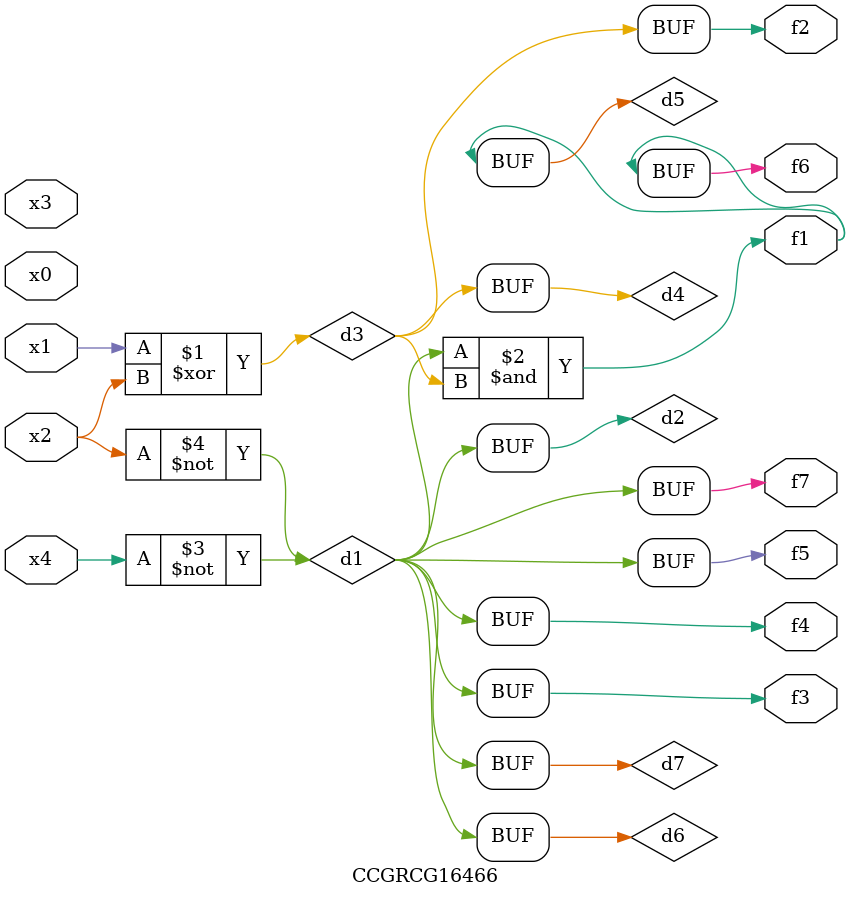
<source format=v>
module CCGRCG16466(
	input x0, x1, x2, x3, x4,
	output f1, f2, f3, f4, f5, f6, f7
);

	wire d1, d2, d3, d4, d5, d6, d7;

	not (d1, x4);
	not (d2, x2);
	xor (d3, x1, x2);
	buf (d4, d3);
	and (d5, d1, d3);
	buf (d6, d1, d2);
	buf (d7, d2);
	assign f1 = d5;
	assign f2 = d4;
	assign f3 = d7;
	assign f4 = d7;
	assign f5 = d7;
	assign f6 = d5;
	assign f7 = d7;
endmodule

</source>
